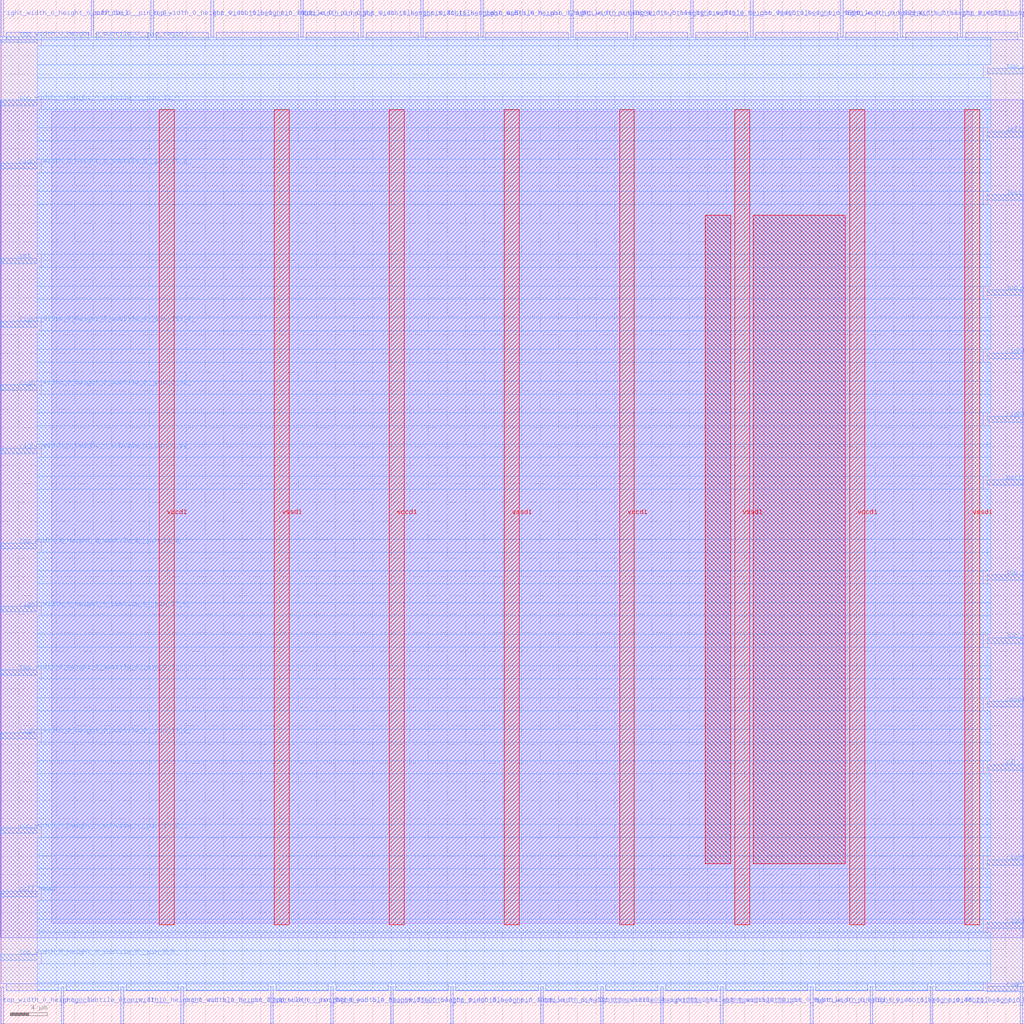
<source format=lef>
VERSION 5.7 ;
  NOWIREEXTENSIONATPIN ON ;
  DIVIDERCHAR "/" ;
  BUSBITCHARS "[]" ;
MACRO grid_clb
  CLASS BLOCK ;
  FOREIGN grid_clb ;
  ORIGIN 0.000 0.000 ;
  SIZE 110.000 BY 110.000 ;
  PIN Test_en
    PORT
      LAYER met3 ;
        RECT 106.000 88.440 110.000 89.040 ;
    END
  END Test_en
  PIN bottom_width_0_height_0_subtile_0__pin_regout_0_
    PORT
      LAYER met3 ;
        RECT 106.000 57.840 110.000 58.440 ;
    END
  END bottom_width_0_height_0_subtile_0__pin_regout_0_
  PIN bottom_width_0_height_0_subtile_0__pin_scout_0_
    PORT
      LAYER met2 ;
        RECT 64.490 0.000 64.770 4.000 ;
    END
  END bottom_width_0_height_0_subtile_0__pin_scout_0_
  PIN ccff_head
    PORT
      LAYER met3 ;
        RECT 0.000 13.640 4.000 14.240 ;
    END
  END ccff_head
  PIN ccff_tail
    PORT
      LAYER met2 ;
        RECT 9.750 106.000 10.030 110.000 ;
    END
  END ccff_tail
  PIN clk
    PORT
      LAYER met3 ;
        RECT 106.000 27.240 110.000 27.840 ;
    END
  END clk
  PIN left_width_0_height_0_subtile_0__pin_clk_0_
    PORT
      LAYER met3 ;
        RECT 106.000 95.240 110.000 95.840 ;
    END
  END left_width_0_height_0_subtile_0__pin_clk_0_
  PIN prog_clk
    PORT
      LAYER met2 ;
        RECT 6.530 0.000 6.810 4.000 ;
    END
  END prog_clk
  PIN reset
    PORT
      LAYER met3 ;
        RECT 106.000 34.040 110.000 34.640 ;
    END
  END reset
  PIN right_width_0_height_0_subtile_0__pin_I4_0_
    PORT
      LAYER met3 ;
        RECT 106.000 17.040 110.000 17.640 ;
    END
  END right_width_0_height_0_subtile_0__pin_I4_0_
  PIN right_width_0_height_0_subtile_0__pin_I4_1_
    PORT
      LAYER met2 ;
        RECT 61.270 106.000 61.550 110.000 ;
    END
  END right_width_0_height_0_subtile_0__pin_I4_1_
  PIN right_width_0_height_0_subtile_0__pin_I4_2_
    PORT
      LAYER met3 ;
        RECT 106.000 71.440 110.000 72.040 ;
    END
  END right_width_0_height_0_subtile_0__pin_I4_2_
  PIN right_width_0_height_0_subtile_0__pin_I4i_0_
    PORT
      LAYER met2 ;
        RECT 19.410 0.000 19.690 4.000 ;
    END
  END right_width_0_height_0_subtile_0__pin_I4i_0_
  PIN right_width_0_height_0_subtile_0__pin_I5_0_
    PORT
      LAYER met2 ;
        RECT 74.150 106.000 74.430 110.000 ;
    END
  END right_width_0_height_0_subtile_0__pin_I5_0_
  PIN right_width_0_height_0_subtile_0__pin_I5_1_
    PORT
      LAYER met2 ;
        RECT 99.910 0.000 100.190 4.000 ;
    END
  END right_width_0_height_0_subtile_0__pin_I5_1_
  PIN right_width_0_height_0_subtile_0__pin_I5_2_
    PORT
      LAYER met3 ;
        RECT 0.000 91.840 4.000 92.440 ;
    END
  END right_width_0_height_0_subtile_0__pin_I5_2_
  PIN right_width_0_height_0_subtile_0__pin_I5i_0_
    PORT
      LAYER met3 ;
        RECT 0.000 74.840 4.000 75.440 ;
    END
  END right_width_0_height_0_subtile_0__pin_I5i_0_
  PIN right_width_0_height_0_subtile_0__pin_I6_0_
    PORT
      LAYER met2 ;
        RECT 51.610 106.000 51.890 110.000 ;
    END
  END right_width_0_height_0_subtile_0__pin_I6_0_
  PIN right_width_0_height_0_subtile_0__pin_I6_1_
    PORT
      LAYER met2 ;
        RECT 90.250 106.000 90.530 110.000 ;
    END
  END right_width_0_height_0_subtile_0__pin_I6_1_
  PIN right_width_0_height_0_subtile_0__pin_I6_2_
    PORT
      LAYER met2 ;
        RECT 87.030 0.000 87.310 4.000 ;
    END
  END right_width_0_height_0_subtile_0__pin_I6_2_
  PIN right_width_0_height_0_subtile_0__pin_I6i_0_
    PORT
      LAYER met2 ;
        RECT 77.370 0.000 77.650 4.000 ;
    END
  END right_width_0_height_0_subtile_0__pin_I6i_0_
  PIN right_width_0_height_0_subtile_0__pin_I7_0_
    PORT
      LAYER met3 ;
        RECT 0.000 44.240 4.000 44.840 ;
    END
  END right_width_0_height_0_subtile_0__pin_I7_0_
  PIN right_width_0_height_0_subtile_0__pin_I7_1_
    PORT
      LAYER met3 ;
        RECT 106.000 64.640 110.000 65.240 ;
    END
  END right_width_0_height_0_subtile_0__pin_I7_1_
  PIN right_width_0_height_0_subtile_0__pin_I7_2_
    PORT
      LAYER met3 ;
        RECT 0.000 30.640 4.000 31.240 ;
    END
  END right_width_0_height_0_subtile_0__pin_I7_2_
  PIN right_width_0_height_0_subtile_0__pin_I7i_0_
    PORT
      LAYER met2 ;
        RECT 80.590 106.000 80.870 110.000 ;
    END
  END right_width_0_height_0_subtile_0__pin_I7i_0_
  PIN right_width_0_height_0_subtile_0__pin_O_10_
    PORT
      LAYER met2 ;
        RECT 93.470 0.000 93.750 4.000 ;
    END
  END right_width_0_height_0_subtile_0__pin_O_10_
  PIN right_width_0_height_0_subtile_0__pin_O_11_
    PORT
      LAYER met3 ;
        RECT 106.000 3.440 110.000 4.040 ;
    END
  END right_width_0_height_0_subtile_0__pin_O_11_
  PIN right_width_0_height_0_subtile_0__pin_O_12_
    PORT
      LAYER met3 ;
        RECT 0.000 68.040 4.000 68.640 ;
    END
  END right_width_0_height_0_subtile_0__pin_O_12_
  PIN right_width_0_height_0_subtile_0__pin_O_13_
    PORT
      LAYER met3 ;
        RECT 106.000 10.240 110.000 10.840 ;
    END
  END right_width_0_height_0_subtile_0__pin_O_13_
  PIN right_width_0_height_0_subtile_0__pin_O_14_
    PORT
      LAYER met3 ;
        RECT 0.000 61.240 4.000 61.840 ;
    END
  END right_width_0_height_0_subtile_0__pin_O_14_
  PIN right_width_0_height_0_subtile_0__pin_O_15_
    PORT
      LAYER met2 ;
        RECT 109.570 106.000 109.850 110.000 ;
    END
  END right_width_0_height_0_subtile_0__pin_O_15_
  PIN right_width_0_height_0_subtile_0__pin_O_8_
    PORT
      LAYER met2 ;
        RECT 35.510 0.000 35.790 4.000 ;
    END
  END right_width_0_height_0_subtile_0__pin_O_8_
  PIN right_width_0_height_0_subtile_0__pin_O_9_
    PORT
      LAYER met2 ;
        RECT 0.090 106.000 0.370 110.000 ;
    END
  END right_width_0_height_0_subtile_0__pin_O_9_
  PIN set
    PORT
      LAYER met3 ;
        RECT 0.000 81.640 4.000 82.240 ;
    END
  END set
  PIN top_width_0_height_0_subtile_0__pin_I0_0_
    PORT
      LAYER met3 ;
        RECT 0.000 51.040 4.000 51.640 ;
    END
  END top_width_0_height_0_subtile_0__pin_I0_0_
  PIN top_width_0_height_0_subtile_0__pin_I0_1_
    PORT
      LAYER met2 ;
        RECT 32.290 106.000 32.570 110.000 ;
    END
  END top_width_0_height_0_subtile_0__pin_I0_1_
  PIN top_width_0_height_0_subtile_0__pin_I0_2_
    PORT
      LAYER met3 ;
        RECT 0.000 20.440 4.000 21.040 ;
    END
  END top_width_0_height_0_subtile_0__pin_I0_2_
  PIN top_width_0_height_0_subtile_0__pin_I0i_0_
    PORT
      LAYER met2 ;
        RECT 67.710 106.000 67.990 110.000 ;
    END
  END top_width_0_height_0_subtile_0__pin_I0i_0_
  PIN top_width_0_height_0_subtile_0__pin_I1_0_
    PORT
      LAYER met3 ;
        RECT 0.000 98.640 4.000 99.240 ;
    END
  END top_width_0_height_0_subtile_0__pin_I1_0_
  PIN top_width_0_height_0_subtile_0__pin_I1_1_
    PORT
      LAYER met2 ;
        RECT 0.090 0.000 0.370 4.000 ;
    END
  END top_width_0_height_0_subtile_0__pin_I1_1_
  PIN top_width_0_height_0_subtile_0__pin_I1_2_
    PORT
      LAYER met2 ;
        RECT 16.190 106.000 16.470 110.000 ;
    END
  END top_width_0_height_0_subtile_0__pin_I1_2_
  PIN top_width_0_height_0_subtile_0__pin_I1i_0_
    PORT
      LAYER met3 ;
        RECT 106.000 102.040 110.000 102.640 ;
    END
  END top_width_0_height_0_subtile_0__pin_I1i_0_
  PIN top_width_0_height_0_subtile_0__pin_I2_0_
    PORT
      LAYER met2 ;
        RECT 41.950 0.000 42.230 4.000 ;
    END
  END top_width_0_height_0_subtile_0__pin_I2_0_
  PIN top_width_0_height_0_subtile_0__pin_I2_1_
    PORT
      LAYER met3 ;
        RECT 106.000 78.240 110.000 78.840 ;
    END
  END top_width_0_height_0_subtile_0__pin_I2_1_
  PIN top_width_0_height_0_subtile_0__pin_I2_2_
    PORT
      LAYER met2 ;
        RECT 109.570 0.000 109.850 4.000 ;
    END
  END top_width_0_height_0_subtile_0__pin_I2_2_
  PIN top_width_0_height_0_subtile_0__pin_I2i_0_
    PORT
      LAYER met2 ;
        RECT 45.170 106.000 45.450 110.000 ;
    END
  END top_width_0_height_0_subtile_0__pin_I2i_0_
  PIN top_width_0_height_0_subtile_0__pin_I3_0_
    PORT
      LAYER met3 ;
        RECT 106.000 40.840 110.000 41.440 ;
    END
  END top_width_0_height_0_subtile_0__pin_I3_0_
  PIN top_width_0_height_0_subtile_0__pin_I3_1_
    PORT
      LAYER met2 ;
        RECT 12.970 0.000 13.250 4.000 ;
    END
  END top_width_0_height_0_subtile_0__pin_I3_1_
  PIN top_width_0_height_0_subtile_0__pin_I3_2_
    PORT
      LAYER met2 ;
        RECT 29.070 0.000 29.350 4.000 ;
    END
  END top_width_0_height_0_subtile_0__pin_I3_2_
  PIN top_width_0_height_0_subtile_0__pin_I3i_0_
    PORT
      LAYER met2 ;
        RECT 48.390 0.000 48.670 4.000 ;
    END
  END top_width_0_height_0_subtile_0__pin_I3i_0_
  PIN top_width_0_height_0_subtile_0__pin_O_0_
    PORT
      LAYER met3 ;
        RECT 0.000 6.840 4.000 7.440 ;
    END
  END top_width_0_height_0_subtile_0__pin_O_0_
  PIN top_width_0_height_0_subtile_0__pin_O_1_
    PORT
      LAYER met2 ;
        RECT 58.050 0.000 58.330 4.000 ;
    END
  END top_width_0_height_0_subtile_0__pin_O_1_
  PIN top_width_0_height_0_subtile_0__pin_O_2_
    PORT
      LAYER met2 ;
        RECT 103.130 106.000 103.410 110.000 ;
    END
  END top_width_0_height_0_subtile_0__pin_O_2_
  PIN top_width_0_height_0_subtile_0__pin_O_3_
    PORT
      LAYER met2 ;
        RECT 96.690 106.000 96.970 110.000 ;
    END
  END top_width_0_height_0_subtile_0__pin_O_3_
  PIN top_width_0_height_0_subtile_0__pin_O_4_
    PORT
      LAYER met2 ;
        RECT 22.630 106.000 22.910 110.000 ;
    END
  END top_width_0_height_0_subtile_0__pin_O_4_
  PIN top_width_0_height_0_subtile_0__pin_O_5_
    PORT
      LAYER met2 ;
        RECT 38.730 106.000 39.010 110.000 ;
    END
  END top_width_0_height_0_subtile_0__pin_O_5_
  PIN top_width_0_height_0_subtile_0__pin_O_6_
    PORT
      LAYER met2 ;
        RECT 70.930 0.000 71.210 4.000 ;
    END
  END top_width_0_height_0_subtile_0__pin_O_6_
  PIN top_width_0_height_0_subtile_0__pin_O_7_
    PORT
      LAYER met3 ;
        RECT 0.000 37.440 4.000 38.040 ;
    END
  END top_width_0_height_0_subtile_0__pin_O_7_
  PIN top_width_0_height_0_subtile_0__pin_regin_0_
    PORT
      LAYER met3 ;
        RECT 0.000 105.440 4.000 106.040 ;
    END
  END top_width_0_height_0_subtile_0__pin_regin_0_
  PIN top_width_0_height_0_subtile_0__pin_scin_0_
    PORT
      LAYER met3 ;
        RECT 106.000 47.640 110.000 48.240 ;
    END
  END top_width_0_height_0_subtile_0__pin_scin_0_
  PIN vccd1
    PORT
      LAYER met4 ;
        RECT 91.255 10.640 92.855 98.160 ;
    END
    PORT
      LAYER met4 ;
        RECT 66.530 10.640 68.130 98.160 ;
    END
    PORT
      LAYER met4 ;
        RECT 41.805 10.640 43.405 98.160 ;
    END
    PORT
      LAYER met4 ;
        RECT 17.080 10.640 18.680 98.160 ;
    END
  END vccd1
  PIN vssd1
    PORT
      LAYER met4 ;
        RECT 103.615 10.640 105.215 98.160 ;
    END
    PORT
      LAYER met4 ;
        RECT 78.890 10.640 80.490 98.160 ;
    END
    PORT
      LAYER met4 ;
        RECT 54.165 10.640 55.765 98.160 ;
    END
    PORT
      LAYER met4 ;
        RECT 29.440 10.640 31.040 98.160 ;
    END
  END vssd1
  OBS
      LAYER li1 ;
        RECT 5.520 10.795 104.420 98.005 ;
      LAYER met1 ;
        RECT 0.070 9.220 109.870 99.240 ;
      LAYER met2 ;
        RECT 0.650 105.720 9.470 106.490 ;
        RECT 10.310 105.720 15.910 106.490 ;
        RECT 16.750 105.720 22.350 106.490 ;
        RECT 23.190 105.720 32.010 106.490 ;
        RECT 32.850 105.720 38.450 106.490 ;
        RECT 39.290 105.720 44.890 106.490 ;
        RECT 45.730 105.720 51.330 106.490 ;
        RECT 52.170 105.720 60.990 106.490 ;
        RECT 61.830 105.720 67.430 106.490 ;
        RECT 68.270 105.720 73.870 106.490 ;
        RECT 74.710 105.720 80.310 106.490 ;
        RECT 81.150 105.720 89.970 106.490 ;
        RECT 90.810 105.720 96.410 106.490 ;
        RECT 97.250 105.720 102.850 106.490 ;
        RECT 103.690 105.720 109.290 106.490 ;
        RECT 0.100 4.280 109.840 105.720 ;
        RECT 0.650 3.555 6.250 4.280 ;
        RECT 7.090 3.555 12.690 4.280 ;
        RECT 13.530 3.555 19.130 4.280 ;
        RECT 19.970 3.555 28.790 4.280 ;
        RECT 29.630 3.555 35.230 4.280 ;
        RECT 36.070 3.555 41.670 4.280 ;
        RECT 42.510 3.555 48.110 4.280 ;
        RECT 48.950 3.555 57.770 4.280 ;
        RECT 58.610 3.555 64.210 4.280 ;
        RECT 65.050 3.555 70.650 4.280 ;
        RECT 71.490 3.555 77.090 4.280 ;
        RECT 77.930 3.555 86.750 4.280 ;
        RECT 87.590 3.555 93.190 4.280 ;
        RECT 94.030 3.555 99.630 4.280 ;
        RECT 100.470 3.555 109.290 4.280 ;
      LAYER met3 ;
        RECT 4.400 105.040 106.410 105.905 ;
        RECT 4.000 103.040 106.410 105.040 ;
        RECT 4.000 101.640 105.600 103.040 ;
        RECT 4.000 99.640 106.410 101.640 ;
        RECT 4.400 98.240 106.410 99.640 ;
        RECT 4.000 96.240 106.410 98.240 ;
        RECT 4.000 94.840 105.600 96.240 ;
        RECT 4.000 92.840 106.410 94.840 ;
        RECT 4.400 91.440 106.410 92.840 ;
        RECT 4.000 89.440 106.410 91.440 ;
        RECT 4.000 88.040 105.600 89.440 ;
        RECT 4.000 82.640 106.410 88.040 ;
        RECT 4.400 81.240 106.410 82.640 ;
        RECT 4.000 79.240 106.410 81.240 ;
        RECT 4.000 77.840 105.600 79.240 ;
        RECT 4.000 75.840 106.410 77.840 ;
        RECT 4.400 74.440 106.410 75.840 ;
        RECT 4.000 72.440 106.410 74.440 ;
        RECT 4.000 71.040 105.600 72.440 ;
        RECT 4.000 69.040 106.410 71.040 ;
        RECT 4.400 67.640 106.410 69.040 ;
        RECT 4.000 65.640 106.410 67.640 ;
        RECT 4.000 64.240 105.600 65.640 ;
        RECT 4.000 62.240 106.410 64.240 ;
        RECT 4.400 60.840 106.410 62.240 ;
        RECT 4.000 58.840 106.410 60.840 ;
        RECT 4.000 57.440 105.600 58.840 ;
        RECT 4.000 52.040 106.410 57.440 ;
        RECT 4.400 50.640 106.410 52.040 ;
        RECT 4.000 48.640 106.410 50.640 ;
        RECT 4.000 47.240 105.600 48.640 ;
        RECT 4.000 45.240 106.410 47.240 ;
        RECT 4.400 43.840 106.410 45.240 ;
        RECT 4.000 41.840 106.410 43.840 ;
        RECT 4.000 40.440 105.600 41.840 ;
        RECT 4.000 38.440 106.410 40.440 ;
        RECT 4.400 37.040 106.410 38.440 ;
        RECT 4.000 35.040 106.410 37.040 ;
        RECT 4.000 33.640 105.600 35.040 ;
        RECT 4.000 31.640 106.410 33.640 ;
        RECT 4.400 30.240 106.410 31.640 ;
        RECT 4.000 28.240 106.410 30.240 ;
        RECT 4.000 26.840 105.600 28.240 ;
        RECT 4.000 21.440 106.410 26.840 ;
        RECT 4.400 20.040 106.410 21.440 ;
        RECT 4.000 18.040 106.410 20.040 ;
        RECT 4.000 16.640 105.600 18.040 ;
        RECT 4.000 14.640 106.410 16.640 ;
        RECT 4.400 13.240 106.410 14.640 ;
        RECT 4.000 11.240 106.410 13.240 ;
        RECT 4.000 9.840 105.600 11.240 ;
        RECT 4.000 7.840 106.410 9.840 ;
        RECT 4.400 6.440 106.410 7.840 ;
        RECT 4.000 4.440 106.410 6.440 ;
        RECT 4.000 3.575 105.600 4.440 ;
      LAYER met4 ;
        RECT 75.735 17.175 78.490 86.865 ;
        RECT 80.890 17.175 90.785 86.865 ;
  END
END grid_clb
END LIBRARY


</source>
